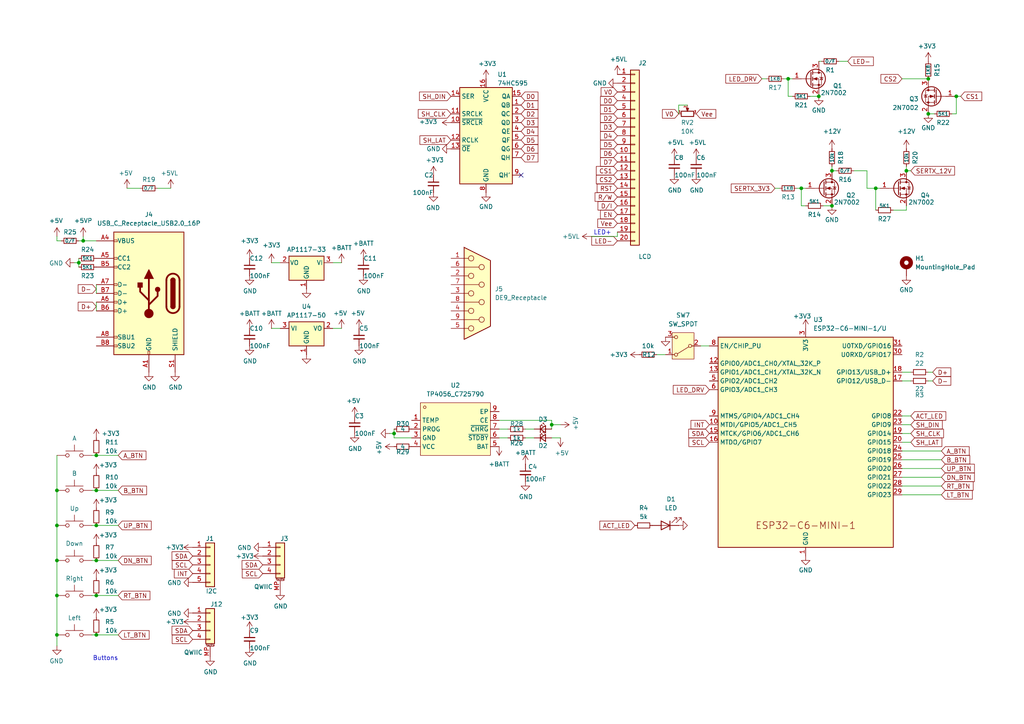
<source format=kicad_sch>
(kicad_sch (version 20231120) (generator "eeschema") (generator_version "8.0")
  (paper "A4")
  (junction (at 27.94 162.56))
  (junction (at 241.3 59.69))
  (junction (at 114.3 125.73))
  (junction (at 241.3 49.53))
  (junction (at 269.24 22.86))
  (junction (at 27.94 172.72))
  (junction (at 16.51 142.24))
  (junction (at 16.51 152.4))
  (junction (at 160.02 123.19))
  (junction (at 254 54.61))
  (junction (at 22.86 76.2))
  (junction (at 228.6 22.86))
  (junction (at 27.94 132.08))
  (junction (at 27.94 142.24))
  (junction (at 16.51 184.15))
  (junction (at 27.94 152.4))
  (junction (at 27.94 184.15))
  (junction (at 277.368 27.94))
  (junction (at 269.24 33.02))
  (junction (at 24.13 69.85))
  (junction (at 237.49 27.94))
  (junction (at 262.89 49.53))
  (junction (at 16.51 162.56))
  (junction (at 232.41 54.61))
  (junction (at 16.51 172.72))
  (no_connect (at 151.13 50.8))
  (wire (pts (xy 21.59 76.2) (xy 22.86 76.2)))
  (wire (pts (xy 273.05 130.81) (xy 261.62 130.81)))
  (wire (pts (xy 162.56 127) (xy 160.02 127)))
  (wire (pts (xy 113.03 125.73) (xy 114.3 125.73)))
  (wire (pts (xy 160.02 121.92) (xy 144.78 121.92)))
  (wire (pts (xy 27.94 152.4) (xy 34.29 152.4)))
  (wire (pts (xy 254 54.61) (xy 254 60.96)))
  (wire (pts (xy 243.332 17.78) (xy 245.872 17.78)))
  (wire (pts (xy 34.29 162.56) (xy 27.94 162.56)))
  (wire (pts (xy 24.13 69.85) (xy 27.94 69.85)))
  (wire (pts (xy 45.72 54.61) (xy 49.53 54.61)))
  (wire (pts (xy 16.51 162.56) (xy 16.51 172.72)))
  (wire (pts (xy 96.52 76.2) (xy 99.06 76.2)))
  (wire (pts (xy 228.6 22.86) (xy 229.87 22.86)))
  (wire (pts (xy 270.51 107.95) (xy 269.24 107.95)))
  (wire (pts (xy 114.3 124.46) (xy 114.3 125.73)))
  (wire (pts (xy 16.51 142.24) (xy 16.51 152.4)))
  (wire (pts (xy 144.78 127) (xy 147.32 127)))
  (wire (pts (xy 16.51 152.4) (xy 16.51 162.56)))
  (wire (pts (xy 190.5 102.87) (xy 193.04 102.87)))
  (wire (pts (xy 34.29 184.15) (xy 27.94 184.15)))
  (wire (pts (xy 273.05 143.51) (xy 261.62 143.51)))
  (wire (pts (xy 264.16 107.95) (xy 261.62 107.95)))
  (wire (pts (xy 34.29 132.08) (xy 27.94 132.08)))
  (wire (pts (xy 232.41 54.61) (xy 233.68 54.61)))
  (wire (pts (xy 273.05 133.35) (xy 261.62 133.35)))
  (wire (pts (xy 264.16 123.19) (xy 261.62 123.19)))
  (wire (pts (xy 22.86 69.85) (xy 24.13 69.85)))
  (wire (pts (xy 273.05 135.89) (xy 261.62 135.89)))
  (wire (pts (xy 27.94 162.56) (xy 26.67 162.56)))
  (wire (pts (xy 27.94 87.63) (xy 27.94 90.17)))
  (wire (pts (xy 27.94 172.72) (xy 34.29 172.72)))
  (wire (pts (xy 26.67 172.72) (xy 27.94 172.72)))
  (wire (pts (xy 34.29 142.24) (xy 27.94 142.24)))
  (wire (pts (xy 261.62 120.65) (xy 264.16 120.65)))
  (wire (pts (xy 27.94 82.55) (xy 27.94 85.09)))
  (wire (pts (xy 24.13 68.58) (xy 24.13 69.85)))
  (wire (pts (xy 114.3 127) (xy 119.38 127)))
  (wire (pts (xy 262.89 49.53) (xy 264.16 49.53)))
  (wire (pts (xy 160.02 123.19) (xy 162.56 123.19)))
  (wire (pts (xy 247.65 49.53) (xy 251.46 49.53)))
  (wire (pts (xy 220.98 22.86) (xy 222.25 22.86)))
  (wire (pts (xy 16.51 184.15) (xy 16.51 187.325)))
  (wire (pts (xy 16.51 172.72) (xy 16.51 184.15)))
  (wire (pts (xy 277.368 27.94) (xy 276.86 27.94)))
  (wire (pts (xy 22.86 76.2) (xy 22.86 77.47)))
  (wire (pts (xy 17.78 69.85) (xy 16.51 69.85)))
  (wire (pts (xy 160.02 124.46) (xy 160.02 123.19)))
  (wire (pts (xy 152.4 127) (xy 154.94 127)))
  (wire (pts (xy 234.95 27.94) (xy 237.49 27.94)))
  (wire (pts (xy 270.51 110.49) (xy 269.24 110.49)))
  (wire (pts (xy 22.86 74.93) (xy 22.86 76.2)))
  (wire (pts (xy 251.46 49.53) (xy 251.46 54.61)))
  (wire (pts (xy 26.67 152.4) (xy 27.94 152.4)))
  (wire (pts (xy 171.45 68.58) (xy 179.07 68.58)))
  (wire (pts (xy 269.24 33.02) (xy 271.018 33.02)))
  (wire (pts (xy 99.06 95.25) (xy 96.52 95.25)))
  (wire (pts (xy 27.94 132.08) (xy 26.67 132.08)))
  (wire (pts (xy 227.33 22.86) (xy 228.6 22.86)))
  (wire (pts (xy 233.68 59.69) (xy 232.41 59.69)))
  (wire (pts (xy 269.24 22.86) (xy 261.62 22.86)))
  (wire (pts (xy 241.3 49.53) (xy 242.57 49.53)))
  (wire (pts (xy 238.76 59.69) (xy 241.3 59.69)))
  (wire (pts (xy 78.74 95.25) (xy 81.28 95.25)))
  (wire (pts (xy 262.89 48.26) (xy 262.89 49.53)))
  (wire (pts (xy 277.368 27.94) (xy 277.368 33.02)))
  (wire (pts (xy 241.3 48.26) (xy 241.3 49.53)))
  (wire (pts (xy 273.05 138.43) (xy 261.62 138.43)))
  (wire (pts (xy 114.3 125.73) (xy 114.3 127)))
  (wire (pts (xy 27.94 184.15) (xy 26.67 184.15)))
  (wire (pts (xy 16.51 69.85) (xy 16.51 68.58)))
  (wire (pts (xy 229.87 27.94) (xy 228.6 27.94)))
  (wire (pts (xy 78.74 76.2) (xy 81.28 76.2)))
  (wire (pts (xy 144.78 124.46) (xy 147.32 124.46)))
  (wire (pts (xy 152.4 124.46) (xy 154.94 124.46)))
  (wire (pts (xy 254 54.61) (xy 255.27 54.61)))
  (wire (pts (xy 264.16 110.49) (xy 261.62 110.49)))
  (wire (pts (xy 160.02 123.19) (xy 160.02 121.92)))
  (wire (pts (xy 262.89 60.96) (xy 259.08 60.96)))
  (wire (pts (xy 228.6 27.94) (xy 228.6 22.86)))
  (wire (pts (xy 277.368 33.02) (xy 276.098 33.02)))
  (wire (pts (xy 278.638 27.94) (xy 277.368 27.94)))
  (wire (pts (xy 264.16 128.27) (xy 261.62 128.27)))
  (wire (pts (xy 262.89 60.96) (xy 262.89 59.69)))
  (wire (pts (xy 199.39 30.48) (xy 196.85 30.48)))
  (wire (pts (xy 36.83 54.61) (xy 40.64 54.61)))
  (wire (pts (xy 232.41 59.69) (xy 232.41 54.61)))
  (wire (pts (xy 196.85 30.48) (xy 196.85 33.02)))
  (wire (pts (xy 237.49 17.78) (xy 238.252 17.78)))
  (wire (pts (xy 251.46 54.61) (xy 254 54.61)))
  (wire (pts (xy 231.14 54.61) (xy 232.41 54.61)))
  (wire (pts (xy 203.2 100.33) (xy 205.74 100.33)))
  (wire (pts (xy 27.94 142.24) (xy 26.67 142.24)))
  (wire (pts (xy 179.07 68.58) (xy 179.07 67.31)))
  (wire (pts (xy 16.51 132.08) (xy 16.51 142.24)))
  (wire (pts (xy 224.79 54.61) (xy 226.06 54.61)))
  (wire (pts (xy 273.05 140.97) (xy 261.62 140.97)))
  (wire (pts (xy 264.16 125.73) (xy 261.62 125.73)))
  (text "Buttons" (at 34.29 191.77 0) (effects (font (size 1.27 1.27)) (justify right bottom)))
  (text "LED+" (at 174.752 67.564 0) (effects (font (size 1.27 1.27))))
  (global_label "SDA" (shape input) (at 205.74 125.73 180) (property "Intersheetrefs" "${INTERSHEET_REFS}" (effects (hide yes))))
  (global_label "D6" (shape input) (at 179.07 44.45 180) (property "Intersheetrefs" "${INTERSHEET_REFS}" (effects (hide yes))))
  (global_label "ACT_LED" (shape input) (at 264.16 120.65 0) (property "Intersheetrefs" "${INTERSHEET_REFS}" (effects (hide yes))))
  (global_label "D5" (shape input) (at 179.07 41.91 180) (property "Intersheetrefs" "${INTERSHEET_REFS}" (effects (hide yes))))
  (global_label "D4" (shape input) (at 151.13 38.1 0) (property "Intersheetrefs" "${INTERSHEET_REFS}" (effects (hide yes))))
  (global_label "SH_CLK" (shape input) (at 264.16 125.73 0) (property "Intersheetrefs" "${INTERSHEET_REFS}" (effects (hide yes))))
  (global_label "SERTX_3V3" (shape input) (at 224.79 54.61 180) (property "Intersheetrefs" "${INTERSHEET_REFS}" (effects (hide yes))))
  (global_label "LED-" (shape input) (at 245.872 17.78 0) (property "Intersheetrefs" "${INTERSHEET_REFS}" (effects (hide yes))))
  (global_label "SH_LAT" (shape input) (at 130.81 40.64 180) (property "Intersheetrefs" "${INTERSHEET_REFS}" (effects (hide yes))))
  (global_label "SH_DIN" (shape input) (at 130.81 27.94 180) (property "Intersheetrefs" "${INTERSHEET_REFS}" (effects (hide yes))))
  (global_label "A_BTN" (shape input) (at 34.29 132.08 0) (property "Intersheetrefs" "${INTERSHEET_REFS}" (effects (hide yes))))
  (global_label "D-" (shape input) (at 27.94 83.82 180) (property "Intersheetrefs" "${INTERSHEET_REFS}" (effects (hide yes))))
  (global_label "CS1" (shape input) (at 278.638 27.94 0) (property "Intersheetrefs" "${INTERSHEET_REFS}" (effects (hide yes))))
  (global_label "LED_DRV" (shape input) (at 220.98 22.86 180) (property "Intersheetrefs" "${INTERSHEET_REFS}" (effects (hide yes))))
  (global_label "R{slash}W" (shape input) (at 179.07 57.15 180) (property "Intersheetrefs" "${INTERSHEET_REFS}" (effects (hide yes))))
  (global_label "SH_DIN" (shape input) (at 264.16 123.19 0) (property "Intersheetrefs" "${INTERSHEET_REFS}" (effects (hide yes))))
  (global_label "CS2" (shape input) (at 179.07 52.07 180) (property "Intersheetrefs" "${INTERSHEET_REFS}" (effects (hide yes))))
  (global_label "Vee" (shape input) (at 201.93 33.02 0) (property "Intersheetrefs" "${INTERSHEET_REFS}" (effects (hide yes))))
  (global_label "D0" (shape input) (at 151.13 27.94 0) (property "Intersheetrefs" "${INTERSHEET_REFS}" (effects (hide yes))))
  (global_label "D+" (shape input) (at 27.94 88.9 180) (property "Intersheetrefs" "${INTERSHEET_REFS}" (effects (hide yes))))
  (global_label "Vee" (shape input) (at 179.07 64.77 180) (property "Intersheetrefs" "${INTERSHEET_REFS}" (effects (hide yes))))
  (global_label "A_BTN" (shape input) (at 273.05 130.81 0) (property "Intersheetrefs" "${INTERSHEET_REFS}" (effects (hide yes))))
  (global_label "D-" (shape input) (at 270.51 110.49 0) (property "Intersheetrefs" "${INTERSHEET_REFS}" (effects (hide yes))))
  (global_label "D7" (shape input) (at 179.07 46.99 180) (property "Intersheetrefs" "${INTERSHEET_REFS}" (effects (hide yes))))
  (global_label "EN" (shape input) (at 179.07 62.23 180) (property "Intersheetrefs" "${INTERSHEET_REFS}" (effects (hide yes))))
  (global_label "RT_BTN" (shape input) (at 34.29 172.72 0) (property "Intersheetrefs" "${INTERSHEET_REFS}" (effects (hide yes))))
  (global_label "D4" (shape input) (at 179.07 39.37 180) (property "Intersheetrefs" "${INTERSHEET_REFS}" (effects (hide yes))))
  (global_label "SH_CLK" (shape input) (at 130.81 33.02 180) (property "Intersheetrefs" "${INTERSHEET_REFS}" (effects (hide yes))))
  (global_label "D{slash}I" (shape input) (at 179.07 59.69 180) (property "Intersheetrefs" "${INTERSHEET_REFS}" (effects (hide yes))))
  (global_label "SERTX_12V" (shape input) (at 264.16 49.53 0) (property "Intersheetrefs" "${INTERSHEET_REFS}" (effects (hide yes))))
  (global_label "INT" (shape input) (at 205.74 123.19 180) (property "Intersheetrefs" "${INTERSHEET_REFS}" (effects (hide yes))))
  (global_label "LT_BTN" (shape input) (at 34.29 184.15 0) (property "Intersheetrefs" "${INTERSHEET_REFS}" (effects (hide yes))))
  (global_label "DN_BTN" (shape input) (at 273.05 138.43 0) (property "Intersheetrefs" "${INTERSHEET_REFS}" (effects (hide yes))))
  (global_label "ACT_LED" (shape input) (at 184.15 152.4 180) (property "Intersheetrefs" "${INTERSHEET_REFS}" (effects (hide yes))))
  (global_label "D3" (shape input) (at 179.07 36.83 180) (property "Intersheetrefs" "${INTERSHEET_REFS}" (effects (hide yes))))
  (global_label "LED-" (shape input) (at 179.07 69.85 180) (property "Intersheetrefs" "${INTERSHEET_REFS}" (effects (hide yes))))
  (global_label "D0" (shape input) (at 179.07 29.21 180) (property "Intersheetrefs" "${INTERSHEET_REFS}" (effects (hide yes))))
  (global_label "SDA" (shape input) (at 55.88 161.29 180) (property "Intersheetrefs" "${INTERSHEET_REFS}" (effects (hide yes))))
  (global_label "CS1" (shape input) (at 179.07 49.53 180) (property "Intersheetrefs" "${INTERSHEET_REFS}" (effects (hide yes))))
  (global_label "UP_BTN" (shape input) (at 273.05 135.89 0) (property "Intersheetrefs" "${INTERSHEET_REFS}" (effects (hide yes))))
  (global_label "SH_LAT" (shape input) (at 264.16 128.27 0) (property "Intersheetrefs" "${INTERSHEET_REFS}" (effects (hide yes))))
  (global_label "SCL" (shape input) (at 205.74 128.27 180) (property "Intersheetrefs" "${INTERSHEET_REFS}" (effects (hide yes))))
  (global_label "SDA" (shape input) (at 55.88 182.88 180) (property "Intersheetrefs" "${INTERSHEET_REFS}" (effects (hide yes))))
  (global_label "SCL" (shape input) (at 76.2 166.37 180) (property "Intersheetrefs" "${INTERSHEET_REFS}" (effects (hide yes))))
  (global_label "SDA" (shape input) (at 76.2 163.83 180) (property "Intersheetrefs" "${INTERSHEET_REFS}" (effects (hide yes))))
  (global_label "D7" (shape input) (at 151.13 45.72 0) (property "Intersheetrefs" "${INTERSHEET_REFS}" (effects (hide yes))))
  (global_label "D6" (shape input) (at 151.13 43.18 0) (property "Intersheetrefs" "${INTERSHEET_REFS}" (effects (hide yes))))
  (global_label "D2" (shape input) (at 179.07 34.29 180) (property "Intersheetrefs" "${INTERSHEET_REFS}" (effects (hide yes))))
  (global_label "SCL" (shape input) (at 55.88 185.42 180) (property "Intersheetrefs" "${INTERSHEET_REFS}" (effects (hide yes))))
  (global_label "UP_BTN" (shape input) (at 34.29 152.4 0) (property "Intersheetrefs" "${INTERSHEET_REFS}" (effects (hide yes))))
  (global_label "RT_BTN" (shape input) (at 273.05 140.97 0) (property "Intersheetrefs" "${INTERSHEET_REFS}" (effects (hide yes))))
  (global_label "LT_BTN" (shape input) (at 273.05 143.51 0) (property "Intersheetrefs" "${INTERSHEET_REFS}" (effects (hide yes))))
  (global_label "RST" (shape input) (at 179.07 54.61 180) (property "Intersheetrefs" "${INTERSHEET_REFS}" (effects (hide yes))))
  (global_label "SCL" (shape input) (at 55.88 163.83 180) (property "Intersheetrefs" "${INTERSHEET_REFS}" (effects (hide yes))))
  (global_label "B_BTN" (shape input) (at 34.29 142.24 0) (property "Intersheetrefs" "${INTERSHEET_REFS}" (effects (hide yes))))
  (global_label "INT" (shape input) (at 55.88 166.37 180) (property "Intersheetrefs" "${INTERSHEET_REFS}" (effects (hide yes))))
  (global_label "D5" (shape input) (at 151.13 40.64 0) (property "Intersheetrefs" "${INTERSHEET_REFS}" (effects (hide yes))))
  (global_label "DN_BTN" (shape input) (at 34.29 162.56 0) (property "Intersheetrefs" "${INTERSHEET_REFS}" (effects (hide yes))))
  (global_label "D1" (shape input) (at 179.07 31.75 180) (property "Intersheetrefs" "${INTERSHEET_REFS}" (effects (hide yes))))
  (global_label "B_BTN" (shape input) (at 273.05 133.35 0) (property "Intersheetrefs" "${INTERSHEET_REFS}" (effects (hide yes))))
  (global_label "D+" (shape input) (at 270.51 107.95 0) (property "Intersheetrefs" "${INTERSHEET_REFS}" (effects (hide yes))))
  (global_label "LED_DRV" (shape input) (at 205.74 113.03 180) (property "Intersheetrefs" "${INTERSHEET_REFS}" (effects (hide yes))))
  (global_label "CS2" (shape input) (at 261.62 22.86 180) (property "Intersheetrefs" "${INTERSHEET_REFS}" (effects (hide yes))))
  (global_label "D2" (shape input) (at 151.13 33.02 0) (property "Intersheetrefs" "${INTERSHEET_REFS}" (effects (hide yes))))
  (global_label "V0" (shape input) (at 179.07 26.67 180) (property "Intersheetrefs" "${INTERSHEET_REFS}" (effects (hide yes))))
  (global_label "D1" (shape input) (at 151.13 30.48 0) (property "Intersheetrefs" "${INTERSHEET_REFS}" (effects (hide yes))))
  (global_label "D3" (shape input) (at 151.13 35.56 0) (property "Intersheetrefs" "${INTERSHEET_REFS}" (effects (hide yes))))
  (global_label "V0" (shape input) (at 196.85 33.02 180) (property "Intersheetrefs" "${INTERSHEET_REFS}" (effects (hide yes))))
  (symbol (lib_id "Connector_Generic:Conn_01x05") (at 60.96 163.83 0) (unit 1)
    (property "Reference" "J1" (at 59.69 156.21 0) (effects (justify left)))
    (property "Value" "I2C" (at 59.69 171.45 0) (effects (justify left)))
    (property "Footprint" "Connector_PinHeader_2.54mm:PinHeader_1x05_P2.54mm_Vertical" (effects (hide yes)))
  )
  (symbol (lib_id "power:GND") (at 55.88 168.91 270) (unit 1)
    (property "Reference" "#PWR0121" (effects (hide yes)))
    (property "Value" "GND" (at 52.6288 169.037 90) (effects (justify right)))
  )
  (symbol (lib_id "power:+3V3") (at 55.88 158.75 90) (unit 1)
    (property "Reference" "#PWR0102" (effects (hide yes)))
    (property "Value" "+3V3" (at 53.34 158.75 90) (effects (justify left)))
  )
  (symbol (lib_id "Connector_Generic_MountingPin:Conn_01x04_MountingPin") (at 60.96 180.34 0) (unit 1)
    (property "Reference" "J12" (at 60.96 175.26 0) (effects (justify left)))
    (property "Value" "QWIIC" (at 53.34 189.23 0) (effects (justify left)))
    (property "Footprint" "Connector_JST:JST_SH_SM04B-SRSS-TB_1x04-1MP_P1.00mm_Horizontal" (effects (hide yes)))
  )
  (symbol (lib_id "power:+3V3") (at 55.88 180.34 90) (unit 1)
    (property "Reference" "#PWR0119" (effects (hide yes)))
    (property "Value" "+3V3" (at 53.34 180.34 90) (effects (justify left)))
  )
  (symbol (lib_id "power:GND") (at 55.88 177.8 270) (unit 1)
    (property "Reference" "#PWR0137" (effects (hide yes)))
    (property "Value" "GND" (at 52.6288 177.927 90) (effects (justify right)))
  )
  (symbol (lib_id "power:GND") (at 60.96 190.5 0) (unit 1)
    (property "Reference" "#PWR0138" (effects (hide yes)))
    (property "Value" "GND" (at 61.087 194.8942 0))
  )
  (symbol (lib_id "Device:C_Small") (at 72.39 185.42 0) (unit 1)
    (property "Reference" "C9" (at 72.39 182.88 0) (effects (justify left)))
    (property "Value" "100nF" (at 72.39 187.96 0) (effects (justify left)))
    (property "Footprint" "Capacitor_SMD:C_0603_1608Metric" (effects (hide yes)))
  )
  (symbol (lib_id "power:GND") (at 72.39 187.96 0) (unit 1)
    (property "Reference" "#PWR0149" (effects (hide yes)))
    (property "Value" "GND" (at 72.517 192.3542 0))
  )
  (symbol (lib_id "power:+3V3") (at 72.39 182.88 0) (unit 1)
    (property "Reference" "#PWR0150" (effects (hide yes)))
    (property "Value" "+3V3" (at 72.39 179.07 0))
  )
  (symbol (lib_id "Device:C_Small") (at 195.58 48.26 0) (unit 1)
    (property "Reference" "C8" (at 195.58 45.72 0) (effects (justify left)))
    (property "Value" "100nF" (at 195.58 50.8 0) (effects (justify left)))
    (property "Footprint" "Capacitor_SMD:C_0603_1608Metric" (effects (hide yes)))
  )
  (symbol (lib_id "power:GND") (at 195.58 50.8 0) (unit 1)
    (property "Reference" "#PWR0157" (effects (hide yes)))
    (property "Value" "GND" (at 195.707 55.1942 0))
  )
  (symbol (lib_id "Device:C_Small") (at 201.93 48.26 0) (unit 1)
    (property "Reference" "C6" (at 201.93 45.72 0) (effects (justify left)))
    (property "Value" "100nF" (at 201.93 50.8 0) (effects (justify left)))
    (property "Footprint" "Capacitor_SMD:C_0603_1608Metric" (effects (hide yes)))
  )
  (symbol (lib_id "power:GND") (at 201.93 50.8 0) (unit 1)
    (property "Reference" "#PWR0167" (effects (hide yes)))
    (property "Value" "GND" (at 202.057 55.1942 0))
  )
  (symbol (lib_id "Regulator_Linear:AP1117-33") (at 88.9 76.2 0) (mirror y) (unit 1)
    (property "Reference" "U5" (effects (hide yes)))
    (property "Value" "AP1117-33" (at 88.9 72.3646 0))
    (property "Footprint" "Package_TO_SOT_SMD:SOT-223-3_TabPin2" (effects (hide yes)))
    (property "Datasheet" "http://www.diodes.com/datasheets/AP1117.pdf" (effects (hide yes)))
  )
  (symbol (lib_id "power:GND") (at 88.9 83.82 0) (mirror y) (unit 1)
    (property "Reference" "#PWR0176" (effects (hide yes)))
    (property "Value" "GND" (effects (hide yes)))
  )
  (symbol (lib_id "Device:R_Small") (at 43.18 54.61 90) (mirror x) (unit 1)
    (property "Reference" "R19" (at 43.18 52.07 90))
    (property "Value" "0/F" (at 43.18 54.61 90) (effects (font (size 0.9906 0.9906))))
    (property "Footprint" "Resistor_SMD:R_0805_2012Metric" (effects (hide yes)))
  )
  (symbol (lib_id "power:+5VL") (at 49.53 54.61 0) (mirror y) (unit 1)
    (property "Reference" "#PWR0177" (effects (hide yes)))
    (property "Value" "+5VL" (at 49.149 50.2158 0))
  )
  (symbol (lib_id "power:+5VP") (at 24.13 68.58 0) (unit 1)
    (property "Reference" "#PWR045" (effects (hide yes)))
    (property "Value" "+5VP" (at 24.13 64.008 0))
    (property "Description" "Power symbol creates a global label with name \"+5VP\"" (effects (hide yes)))
  )
  (symbol (lib_id "power:+5V") (at 162.56 127 0) (mirror x) (unit 1)
    (property "Reference" "#PWR057" (effects (hide yes)))
    (property "Value" "+5V" (at 162.941 131.3942 0))
  )
  (symbol (lib_id "power:GND") (at 72.39 80.01 0) (unit 1)
    (property "Reference" "#PWR072" (effects (hide yes)))
    (property "Value" "GND" (at 72.517 84.4042 0))
  )
  (symbol (lib_id "Connector:DE9_Receptacle") (at 138.43 85.09 0) (unit 1)
    (property "Reference" "J5" (at 143.51 83.8199 0) (effects (justify left)))
    (property "Value" "DE9_Receptacle" (at 143.51 86.3599 0) (effects (justify left)))
    (property "Description" "9-pin female receptacle socket D-SUB connector" (effects (hide yes)))
  )
  (symbol (lib_id "power:GND") (at 125.73 55.88 0) (mirror y) (unit 1)
    (property "Reference" "#PWR07" (effects (hide yes)))
    (property "Value" "GND" (at 125.603 60.2742 0))
  )
  (symbol (lib_id "Device:R_Small") (at 186.69 152.4 90) (unit 1)
    (property "Reference" "R4" (at 186.69 147.32 90))
    (property "Value" "5k" (at 186.69 149.86 90))
    (property "Footprint" "Resistor_SMD:R_0603_1608Metric" (effects (hide yes)))
    (property "Description" "Resistor, small symbol" (effects (hide yes)))
  )
  (symbol (lib_id "power:GND") (at 104.14 100.33 0) (unit 1)
    (property "Reference" "#PWR065" (effects (hide yes)))
    (property "Value" "GND" (at 104.267 104.7242 0))
  )
  (symbol (lib_id "Device:R_Small") (at 266.7 110.49 90) (unit 1)
    (property "Reference" "R3" (at 266.7 114.554 90))
    (property "Value" "22" (at 266.7 112.776 90))
    (property "Footprint" "Resistor_SMD:R_0603_1608Metric" (effects (hide yes)))
    (property "Description" "Resistor, small symbol" (effects (hide yes)))
  )
  (symbol (lib_id "power:GND") (at 269.24 33.02 0) (mirror y) (unit 1)
    (property "Reference" "#PWR039" (effects (hide yes)))
    (property "Value" "GND" (at 269.24 37.084 0))
    (property "Description" "Power symbol creates a global label with name \"GND\" , ground" (effects (hide yes)))
  )
  (symbol (lib_id "power:+BATT") (at 144.78 129.54 180) (unit 1)
    (property "Reference" "#PWR058" (effects (hide yes)))
    (property "Value" "+BATT" (at 144.78 134.62 0))
    (property "Description" "Power symbol creates a global label with name \"+BATT\"" (effects (hide yes)))
  )
  (symbol (lib_id "Device:R_Small") (at 27.94 170.18 0) (unit 1)
    (property "Reference" "R6" (at 30.48 168.9099 0) (effects (justify left)))
    (property "Value" "10k" (at 30.48 171.4499 0) (effects (justify left)))
    (property "Footprint" "Resistor_SMD:R_0603_1608Metric" (effects (hide yes)))
    (property "Description" "Resistor, small symbol" (effects (hide yes)))
  )
  (symbol (lib_id "Switch:SW_Push") (at 21.59 152.4 0) (mirror y) (unit 1)
    (property "Reference" "SW3" (effects (hide yes)))
    (property "Value" "Up" (at 21.59 147.4724 0))
    (property "Footprint" "Button_Switch_SMD:SW_SPST_PTS645" (effects (hide yes)))
    (property "mpn" "REQUIRED https://www.lcsc.com/product-detail/Tactile-Switches_C-K-PTS641SM31SMTR2LFS_C285447.html" (effects (hide yes)))
    (property "LCSC Part #" "C285456" (effects (hide yes)))
  )
  (symbol (lib_id "Device:C_Small") (at 72.39 77.47 0) (unit 1)
    (property "Reference" "C12" (at 72.39 74.93 0) (effects (justify left)))
    (property "Value" "100nF" (at 72.39 80.01 0) (effects (justify left)))
    (property "Footprint" "Capacitor_SMD:C_0603_1608Metric" (effects (hide yes)))
  )
  (symbol (lib_id "power:GND") (at 262.89 80.01 0) (unit 1)
    (property "Reference" "#PWR035" (effects (hide yes)))
    (property "Value" "GND" (at 262.89 84.074 0))
    (property "Description" "Power symbol creates a global label with name \"GND\" , ground" (effects (hide yes)))
  )
  (symbol (lib_id "power:+3V3") (at 130.81 35.56 90) (unit 1)
    (property "Reference" "#PWR08" (effects (hide yes)))
    (property "Value" "+3V3" (at 124.206 35.306 90))
  )
  (symbol (lib_id "Device:R_Small") (at 25.4 74.93 90) (mirror x) (unit 1)
    (property "Reference" "R24" (at 25.4 72.39 90))
    (property "Value" "5K1" (at 25.4 74.93 90) (effects (font (size 0.9906 0.9906))))
    (property "Footprint" "Resistor_SMD:R_0603_1608Metric" (effects (hide yes)))
  )
  (symbol (lib_id "Device:R_Potentiometer_Small") (at 199.39 33.02 90) (unit 1)
    (property "Reference" "RV2" (at 199.39 35.56 90))
    (property "Value" "10K" (at 199.39 38.1 90))
    (property "Footprint" "Potentiometer_SMD:Potentiometer_Bourns_3314J_Vertical" (effects (hide yes)))
    (property "Description" "Potentiometer" (effects (hide yes)))
  )
  (symbol (lib_id "power:+5V") (at 162.56 123.19 270) (mirror x) (unit 1)
    (property "Reference" "#PWR056" (effects (hide yes)))
    (property "Value" "+5V" (at 166.9542 122.809 0))
  )
  (symbol (lib_id "power:GND") (at 81.28 171.45 0) (unit 1)
    (property "Reference" "#PWR016" (effects (hide yes)))
    (property "Value" "GND" (at 81.407 175.8442 0))
  )
  (symbol (lib_id "power:+BATT") (at 105.41 74.93 0) (unit 1)
    (property "Reference" "#PWR068" (effects (hide yes)))
    (property "Value" "+BATT" (at 105.41 70.612 0))
    (property "Description" "Power symbol creates a global label with name \"+BATT\"" (effects (hide yes)))
  )
  (symbol (lib_id "power:+3V3") (at 27.94 147.32 0) (unit 1)
    (property "Reference" "#PWR027" (effects (hide yes)))
    (property "Value" "+3V3" (at 28.702 145.034 0) (effects (justify left)))
  )
  (symbol (lib_id "Switch:SW_Push") (at 21.59 172.72 0) (mirror y) (unit 1)
    (property "Reference" "SW5" (effects (hide yes)))
    (property "Value" "Right" (at 21.59 167.7924 0))
    (property "Footprint" "Button_Switch_SMD:SW_SPST_PTS645" (effects (hide yes)))
    (property "mpn" "REQUIRED https://www.lcsc.com/product-detail/Tactile-Switches_C-K-PTS641SM31SMTR2LFS_C285447.html" (effects (hide yes)))
    (property "LCSC Part #" "C285456" (effects (hide yes)))
  )
  (symbol (lib_id "Device:R_Small") (at 25.4 77.47 270) (mirror x) (unit 1)
    (property "Reference" "R23" (at 25.4 80.01 90))
    (property "Value" "5K1" (at 25.4 77.47 90) (effects (font (size 0.9906 0.9906))))
    (property "Footprint" "Resistor_SMD:R_0603_1608Metric" (effects (hide yes)))
  )
  (symbol (lib_id "Device:R_Small") (at 27.94 181.61 0) (unit 1)
    (property "Reference" "R5" (at 30.48 180.3399 0) (effects (justify left)))
    (property "Value" "10k" (at 30.48 182.8799 0) (effects (justify left)))
    (property "Footprint" "Resistor_SMD:R_0603_1608Metric" (effects (hide yes)))
    (property "Description" "Resistor, small symbol" (effects (hide yes)))
  )
  (symbol (lib_id "Device:R_Small") (at 27.94 129.54 0) (unit 1)
    (property "Reference" "R11" (at 30.48 128.2699 0) (effects (justify left)))
    (property "Value" "10k" (at 30.48 130.8099 0) (effects (justify left)))
    (property "Footprint" "Resistor_SMD:R_0603_1608Metric" (effects (hide yes)))
    (property "Description" "Resistor, small symbol" (effects (hide yes)))
  )
  (symbol (lib_name "+3V3_2") (lib_id "power:+3V3") (at 78.74 76.2 0) (unit 1)
    (property "Reference" "#PWR070" (effects (hide yes)))
    (property "Value" "+3V3" (at 78.74 71.12 0))
    (property "Description" "Power symbol creates a global label with name \"+3V3\"" (effects (hide yes)))
  )
  (symbol (lib_id "power:GND") (at 130.81 43.18 270) (unit 1)
    (property "Reference" "#PWR010" (effects (hide yes)))
    (property "Value" "GND" (at 125.73 43.18 90))
    (property "Description" "Power symbol creates a global label with name \"GND\" , ground" (effects (hide yes)))
  )
  (symbol (lib_id "Device:R_Small") (at 232.41 27.94 270) (mirror x) (unit 1)
    (property "Reference" "R21" (at 232.41 30.48 90))
    (property "Value" "5K1" (at 232.41 27.94 90) (effects (font (size 0.9906 0.9906))))
    (property "Footprint" "Resistor_SMD:R_0603_1608Metric" (effects (hide yes)))
  )
  (symbol (lib_id "power:GND") (at 233.68 161.29 0) (unit 1)
    (property "Reference" "#PWR01" (effects (hide yes)))
    (property "Value" "GND" (at 233.68 165.354 0))
    (property "Description" "Power symbol creates a global label with name \"GND\" , ground" (effects (hide yes)))
  )
  (symbol (lib_id "power:GND") (at 50.8 107.95 0) (unit 1)
    (property "Reference" "#PWR043" (effects (hide yes)))
    (property "Value" "GND" (at 50.927 112.3442 0))
  )
  (symbol (lib_id "Connector:USB_C_Receptacle_USB2.0_16P") (at 43.18 85.09 0) (mirror y) (unit 1)
    (property "Reference" "J4" (at 43.18 62.23 0))
    (property "Value" "USB_C_Receptacle_USB2.0_16P" (at 43.18 64.77 0))
    (property "Footprint" "Connector_USB:USB_C_Receptacle_HRO_TYPE-C-31-M-12" (effects (hide yes)))
    (property "Datasheet" "https://www.usb.org/sites/default/files/documents/usb_type-c.zip" (effects (hide yes)))
    (property "Description" "USB 2.0-only 16P Type-C Receptacle connector" (effects (hide yes)))
  )
  (symbol (lib_id "74xx:74HC595") (at 140.97 38.1 0) (unit 1)
    (property "Reference" "U1" (at 144.272 21.59 0) (effects (justify left)))
    (property "Value" "74HC595" (at 144.272 24.13 0) (effects (justify left)))
    (property "Footprint" "Package_SO:SO-16_3.9x9.9mm_P1.27mm" (effects (hide yes)))
    (property "Datasheet" "http://www.ti.com/lit/ds/symlink/sn74hc595.pdf" (effects (hide yes)))
    (property "Description" "8-bit serial in/out Shift Register 3-State Outputs" (effects (hide yes)))
  )
  (symbol (lib_id "Switch:SW_Push") (at 21.59 184.15 0) (mirror y) (unit 1)
    (property "Reference" "SW6" (effects (hide yes)))
    (property "Value" "Left" (at 21.59 179.2224 0))
    (property "Footprint" "Button_Switch_SMD:SW_SPST_PTS645" (effects (hide yes)))
    (property "mpn" "REQUIRED  https://www.lcsc.com/product-detail/Tactile-Switches_C-K-PTS641SM31SMTR2LFS_C285447.html" (effects (hide yes)))
    (property "LCSC Part #" "C285456" (effects (hide yes)))
  )
  (symbol (lib_id "power:GND") (at 241.3 59.69 0) (unit 1)
    (property "Reference" "#PWR049" (effects (hide yes)))
    (property "Value" "GND" (at 241.3 63.754 0))
    (property "Description" "Power symbol creates a global label with name \"GND\" , ground" (effects (hide yes)))
  )
  (symbol (lib_id "Device:R_Small") (at 262.89 45.72 180) (unit 1)
    (property "Reference" "R20" (at 265.43 45.72 90))
    (property "Value" "10k" (at 262.89 45.72 90) (effects (font (size 0.9906 0.9906))))
    (property "Footprint" "Resistor_SMD:R_0603_1608Metric" (effects (hide yes)))
  )
  (symbol (lib_id "Device:R_Small") (at 27.94 149.86 0) (unit 1)
    (property "Reference" "R9" (at 30.48 148.5899 0) (effects (justify left)))
    (property "Value" "10k" (at 30.48 151.1299 0) (effects (justify left)))
    (property "Footprint" "Resistor_SMD:R_0603_1608Metric" (effects (hide yes)))
    (property "Description" "Resistor, small symbol" (effects (hide yes)))
  )
  (symbol (lib_name "GND_3") (lib_id "power:GND") (at 193.04 97.79 0) (unit 1)
    (property "Reference" "#PWR041" (effects (hide yes)))
    (property "Value" "GND" (effects (hide yes)))
    (property "Description" "Power symbol creates a global label with name \"GND\" , ground" (effects (hide yes)))
  )
  (symbol (lib_id "Switch:SW_Push") (at 21.59 162.56 0) (mirror y) (unit 1)
    (property "Reference" "SW4" (effects (hide yes)))
    (property "Value" "Down" (at 21.59 157.6324 0))
    (property "Footprint" "Button_Switch_SMD:SW_SPST_PTS645" (effects (hide yes)))
    (property "mpn" "REQUIRED  https://www.lcsc.com/product-detail/Tactile-Switches_C-K-PTS641SM31SMTR2LFS_C285447.html" (effects (hide yes)))
    (property "LCSC Part #" "C285456" (effects (hide yes)))
  )
  (symbol (lib_id "Device:R_Small") (at 269.24 20.32 180) (unit 1)
    (property "Reference" "R15" (at 271.78 20.32 90))
    (property "Value" "1K8" (at 269.24 20.32 90) (effects (font (size 0.9906 0.9906))))
    (property "Footprint" "Resistor_SMD:R_0603_1608Metric" (effects (hide yes)))
  )
  (symbol (lib_id "power:+BATT") (at 99.06 76.2 0) (unit 1)
    (property "Reference" "#PWR061" (effects (hide yes)))
    (property "Value" "+BATT" (at 99.06 71.882 0))
    (property "Description" "Power symbol creates a global label with name \"+BATT\"" (effects (hide yes)))
  )
  (symbol (lib_id "power:GND") (at 16.51 187.325 0) (mirror y) (unit 1)
    (property "Reference" "#PWR06" (effects (hide yes)))
    (property "Value" "GND" (at 16.383 191.7192 0))
  )
  (symbol (lib_id "Regulator_Linear:AP1117-50") (at 88.9 95.25 0) (unit 1)
    (property "Reference" "U4" (at 88.9 88.9 0))
    (property "Value" "AP1117-50" (at 88.9 91.44 0))
    (property "Footprint" "Package_TO_SOT_SMD:SOT-223-3_TabPin2" (effects (hide yes)))
    (property "Datasheet" "http://www.diodes.com/datasheets/AP1117.pdf" (effects (hide yes)))
    (property "Description" "1A Low Dropout regulator, positive, 5.0V fixed output, SOT-223" (effects (hide yes)))
  )
  (symbol (lib_id "power:GND") (at 72.39 100.33 0) (unit 1)
    (property "Reference" "#PWR067" (effects (hide yes)))
    (property "Value" "GND" (at 72.517 104.7242 0))
  )
  (symbol (lib_id "power:GND") (at 21.59 76.2 270) (unit 1)
    (property "Reference" "#PWR044" (effects (hide yes)))
    (property "Value" "GND" (at 18.3388 76.327 90) (effects (justify right)))
  )
  (symbol (lib_id "power:GND") (at 105.41 80.01 0) (unit 1)
    (property "Reference" "#PWR069" (effects (hide yes)))
    (property "Value" "GND" (at 105.537 84.4042 0))
  )
  (symbol (lib_id "power:+5VL") (at 179.07 21.59 0) (unit 1)
    (property "Reference" "#PWR02" (effects (hide yes)))
    (property "Value" "+5VL" (at 179.451 17.1958 0))
  )
  (symbol (lib_id "power:+3V3") (at 140.97 22.86 0) (unit 1)
    (property "Reference" "#PWR013" (effects (hide yes)))
    (property "Value" "+3V3" (at 141.351 18.4658 0))
  )
  (symbol (lib_id "power:+12V") (at 262.89 43.18 0) (unit 1)
    (property "Reference" "#PWR051" (effects (hide yes)))
    (property "Value" "+12V" (at 262.89 38.1 0))
    (property "Description" "Power symbol creates a global label with name \"+12V\"" (effects (hide yes)))
  )
  (symbol (lib_id "Switch:SW_Push") (at 21.59 142.24 0) (mirror y) (unit 1)
    (property "Reference" "SW2" (effects (hide yes)))
    (property "Value" "B" (at 21.59 137.3124 0))
    (property "Footprint" "Button_Switch_SMD:SW_SPST_PTS645" (effects (hide yes)))
    (property "mpn" "REQUIRED  https://www.lcsc.com/product-detail/Tactile-Switches_C-K-PTS641SM31SMTR2LFS_C285447.html" (effects (hide yes)))
    (property "LCSC Part #" "C285456" (effects (hide yes)))
  )
  (symbol (lib_id "Connector_Generic:Conn_01x20") (at 184.15 44.45 0) (unit 1)
    (property "Reference" "J2" (at 185.166 18.288 0) (effects (justify left)))
    (property "Value" "LCD" (at 185.166 74.422 0) (effects (justify left)))
    (property "Footprint" "Connector_PinHeader_2.54mm:PinHeader_1x20_P2.54mm_Vertical" (effects (hide yes)))
    (property "Description" "Generic connector, single row, 01x20, script generated (kicad-library-utils/schlib/autogen/connector/)" (effects (hide yes)))
  )
  (symbol (lib_id "Device:R_Small") (at 116.84 129.54 90) (unit 1)
    (property "Reference" "R29" (at 116.84 131.064 90))
    (property "Value" "4" (at 116.84 129.54 90))
    (property "Footprint" "Resistor_SMD:R_0603_1608Metric" (effects (hide yes)))
    (property "Description" "Resistor, small symbol" (effects (hide yes)))
  )
  (symbol (lib_name "+3V3_2") (lib_id "power:+3V3") (at 72.39 74.93 0) (unit 1)
    (property "Reference" "#PWR071" (effects (hide yes)))
    (property "Value" "+3V3" (at 72.39 69.85 0))
    (property "Description" "Power symbol creates a global label with name \"+3V3\"" (effects (hide yes)))
  )
  (symbol (lib_id "Device:R_Small") (at 149.86 127 90) (unit 1)
    (property "Reference" "R26" (at 149.86 128.524 90))
    (property "Value" "1k" (at 149.86 127 90))
    (property "Footprint" "Resistor_SMD:R_0603_1608Metric" (effects (hide yes)))
    (property "Description" "Resistor, small symbol" (effects (hide yes)))
  )
  (symbol (lib_id "Transistor_FET:2N7002") (at 260.35 54.61 0) (unit 1)
    (property "Reference" "Q4" (at 269.748 56.642 0) (effects (justify right)))
    (property "Value" "2N7002" (at 271.018 58.674 0) (effects (justify right)))
    (property "Footprint" "Package_TO_SOT_SMD:SOT-23" (effects (hide yes)))
    (property "Datasheet" "https://www.onsemi.com/pub/Collateral/NDS7002A-D.PDF" (effects (hide yes)))
    (property "Description" "0.115A Id, 60V Vds, N-Channel MOSFET, SOT-23" (effects (hide yes)))
  )
  (symbol (lib_id "Device:C_Small") (at 152.4 137.16 0) (unit 1)
    (property "Reference" "C4" (at 153.162 135.382 0) (effects (justify left)))
    (property "Value" "100nF" (at 152.4 138.938 0) (effects (justify left)))
    (property "Footprint" "Capacitor_SMD:C_0603_1608Metric" (effects (hide yes)))
  )
  (symbol (lib_id "Device:C_Small") (at 102.87 123.19 0) (unit 1)
    (property "Reference" "C3" (at 102.87 120.65 0) (effects (justify left)))
    (property "Value" "100nF" (at 102.87 125.73 0) (effects (justify left)))
    (property "Footprint" "Capacitor_SMD:C_0603_1608Metric" (effects (hide yes)))
  )
  (symbol (lib_id "Device:R_Small") (at 240.792 17.78 270) (mirror x) (unit 1)
    (property "Reference" "R1" (at 240.792 20.32 90))
    (property "Value" "0/F" (at 240.792 17.78 90) (effects (font (size 0.9906 0.9906))))
    (property "Footprint" "Resistor_SMD:R_0805_2012Metric" (effects (hide yes)))
  )
  (symbol (lib_id "power:+5V") (at 104.14 95.25 0) (mirror y) (unit 1)
    (property "Reference" "#PWR022" (effects (hide yes)))
    (property "Value" "+5V" (at 103.759 90.8558 0))
  )
  (symbol (lib_id "Device:R_Small") (at 187.96 102.87 90) (unit 1)
    (property "Reference" "R12" (at 188.214 102.87 90))
    (property "Value" "10k" (at 187.96 100.33 90))
    (property "Description" "Resistor, small symbol" (effects (hide yes)))
  )
  (symbol (lib_id "Device:R_Small") (at 149.86 124.46 270) (unit 1)
    (property "Reference" "R28" (at 149.86 122.936 90))
    (property "Value" "1k" (at 149.86 124.46 90))
    (property "Footprint" "Resistor_SMD:R_0603_1608Metric" (effects (hide yes)))
    (property "Description" "Resistor, small symbol" (effects (hide yes)))
  )
  (symbol (lib_id "power:+5V") (at 102.87 120.65 0) (mirror y) (unit 1)
    (property "Reference" "#PWR052" (effects (hide yes)))
    (property "Value" "+5V" (at 102.489 116.2558 0))
  )
  (symbol (lib_id "Device:R_Small") (at 116.84 124.46 270) (unit 1)
    (property "Reference" "R30" (at 116.84 122.936 90))
    (property "Value" "4" (at 116.84 124.46 90))
    (property "Footprint" "Resistor_SMD:R_0603_1608Metric" (effects (hide yes)))
    (property "Description" "Resistor, small symbol" (effects (hide yes)))
  )
  (symbol (lib_id "Device:R_Small") (at 256.54 60.96 270) (mirror x) (unit 1)
    (property "Reference" "R27" (at 256.54 63.5 90))
    (property "Value" "5K1" (at 256.54 59.69 90) (effects (font (size 0.9906 0.9906))))
    (property "Footprint" "Resistor_SMD:R_0603_1608Metric" (effects (hide yes)))
  )
  (symbol (lib_id "Device:LED") (at 193.04 152.4 180) (unit 1)
    (property "Reference" "D1" (at 194.6275 144.78 0))
    (property "Value" "LED" (at 194.6275 147.32 0))
    (property "Footprint" "LED_SMD:LED_0603_1608Metric" (effects (hide yes)))
    (property "Description" "Light emitting diode" (effects (hide yes)))
  )
  (symbol (lib_id "Connector_Generic_MountingPin:Conn_01x04_MountingPin") (at 81.28 161.29 0) (unit 1)
    (property "Reference" "J3" (at 81.28 156.21 0) (effects (justify left)))
    (property "Value" "QWIIC" (at 73.66 170.18 0) (effects (justify left)))
    (property "Footprint" "Connector_JST:JST_SH_SM04B-SRSS-TB_1x04-1MP_P1.00mm_Horizontal" (effects (hide yes)))
  )
  (symbol (lib_id "Battery_Management:TP4056_C725790") (at 132.08 124.46 0) (unit 1)
    (property "Reference" "U2" (at 132.08 111.76 0))
    (property "Value" "TP4056_C725790" (at 132.08 114.3 0))
    (property "Footprint" "Battery:ESOP-8_L4.9-W3.9-P1.27-LS6.0-BL-EP" (effects (hide yes)))
    (property "Datasheet" "https://lcsc.com/product-detail/PMIC-Battery-Management_UMW-Youtai-Semiconductor-Co-Ltd-TP4056_C725790.html" (effects (hide yes)))
    (property "LCSC Part" "C725790" (effects (hide yes)))
  )
  (symbol (lib_id "power:+BATT") (at 78.74 95.25 0) (unit 1)
    (property "Reference" "#PWR062" (effects (hide yes)))
    (property "Value" "+BATT" (at 78.74 90.932 0))
    (property "Description" "Power symbol creates a global label with name \"+BATT\"" (effects (hide yes)))
  )
  (symbol (lib_id "power:+3V3") (at 27.94 167.64 0) (unit 1)
    (property "Reference" "#PWR020" (effects (hide yes)))
    (property "Value" "+3V3" (at 28.702 165.354 0) (effects (justify left)))
  )
  (symbol (lib_id "power:+3V3") (at 27.94 137.16 0) (unit 1)
    (property "Reference" "#PWR028" (effects (hide yes)))
    (property "Value" "+3V3" (at 28.702 134.874 0) (effects (justify left)))
  )
  (symbol (lib_id "power:GND") (at 140.97 55.88 0) (unit 1)
    (property "Reference" "#PWR014" (effects (hide yes)))
    (property "Value" "GND" (at 140.97 59.944 0))
    (property "Description" "Power symbol creates a global label with name \"GND\" , ground" (effects (hide yes)))
  )
  (symbol (lib_id "power:+5VL") (at 195.58 45.72 0) (unit 1)
    (property "Reference" "#PWR025" (effects (hide yes)))
    (property "Value" "+5VL" (at 195.961 41.3258 0))
  )
  (symbol (lib_id "Device:R_Small") (at 27.94 160.02 0) (unit 1)
    (property "Reference" "R7" (at 30.48 158.7499 0) (effects (justify left)))
    (property "Value" "10k" (at 30.48 161.2899 0) (effects (justify left)))
    (property "Footprint" "Resistor_SMD:R_0603_1608Metric" (effects (hide yes)))
    (property "Description" "Resistor, small symbol" (effects (hide yes)))
  )
  (symbol (lib_id "power:+3V3") (at 125.73 50.8 0) (unit 1)
    (property "Reference" "#PWR04" (effects (hide yes)))
    (property "Value" "+3V3" (at 126.111 46.4058 0))
  )
  (symbol (lib_id "Device:R_Small") (at 245.11 49.53 270) (mirror x) (unit 1)
    (property "Reference" "R16" (at 245.11 52.07 90))
    (property "Value" "0/F" (at 245.11 49.53 90) (effects (font (size 0.9906 0.9906))))
    (property "Footprint" "Resistor_SMD:R_0805_2012Metric" (effects (hide yes)))
  )
  (symbol (lib_id "Switch:SW_Push") (at 21.59 132.08 0) (mirror y) (unit 1)
    (property "Reference" "SW1" (effects (hide yes)))
    (property "Value" "A" (at 21.59 127.1524 0))
    (property "Footprint" "Button_Switch_SMD:SW_SPST_PTS645" (effects (hide yes)))
    (property "LCSC Part #" "C285456" (effects (hide yes)))
  )
  (symbol (lib_id "Transistor_FET:2N7002") (at 271.78 27.94 0) (mirror y) (unit 1)
    (property "Reference" "Q3" (at 266.446 28.702 0) (effects (justify left)))
    (property "Value" "2N7002" (at 266.446 31.242 0) (effects (justify left)))
    (property "Footprint" "Package_TO_SOT_SMD:SOT-23" (effects (hide yes)))
    (property "Datasheet" "https://www.onsemi.com/pub/Collateral/NDS7002A-D.PDF" (effects (hide yes)))
    (property "Description" "0.115A Id, 60V Vds, N-Channel MOSFET, SOT-23" (effects (hide yes)))
  )
  (symbol (lib_id "Transistor_FET:2N7002") (at 234.95 22.86 0) (unit 1)
    (property "Reference" "Q1" (at 244.348 24.892 0) (effects (justify right)))
    (property "Value" "2N7002" (at 245.618 26.924 0) (effects (justify right)))
    (property "Footprint" "Package_TO_SOT_SMD:SOT-23" (effects (hide yes)))
    (property "Datasheet" "https://www.onsemi.com/pub/Collateral/NDS7002A-D.PDF" (effects (hide yes)))
    (property "Description" "0.115A Id, 60V Vds, N-Channel MOSFET, SOT-23" (effects (hide yes)))
  )
  (symbol (lib_id "power:GND") (at 113.03 125.73 270) (unit 1)
    (property "Reference" "#PWR055" (effects (hide yes)))
    (property "Value" "GND" (effects (hide yes)))
  )
  (symbol (lib_id "power:+3V3") (at 27.94 179.07 0) (unit 1)
    (property "Reference" "#PWR017" (effects (hide yes)))
    (property "Value" "+3V3" (at 28.702 176.784 0) (effects (justify left)))
  )
  (symbol (lib_id "PCM_Espressif:ESP32-C6-MINI-1/U") (at 233.68 128.27 0) (unit 1)
    (property "Reference" "U3" (at 235.8741 92.71 0) (effects (justify left)))
    (property "Value" "ESP32-C6-MINI-1/U" (at 235.8741 95.25 0) (effects (justify left)))
    (property "Footprint" "PCM_Espressif:ESP32-C6-MINI-1" (effects (hide yes)))
    (property "Datasheet" "https://www.espressif.com/sites/default/files/documentation/esp32-c6-mini-1_datasheet_en.pdf" (effects (hide yes)))
    (property "Description" "ESP32-C6-MINI-1 is a module that supports 2.4 GHz Wi-Fi 6 (802.11 ax), Bluetooth® 5 (LE), Zigbee and Thread (802.15.4)" (effects (hide yes)))
  )
  (symbol (lib_id "power:+5V") (at 16.51 68.58 0) (mirror y) (unit 1)
    (property "Reference" "#PWR047" (effects (hide yes)))
    (property "Value" "+5V" (at 16.256 64.008 0))
  )
  (symbol (lib_name "+3V3_1") (lib_id "power:+3V3") (at 185.42 102.87 90) (unit 1)
    (property "Reference" "#PWR026" (effects (hide yes)))
    (property "Value" "+3V3" (at 182.118 102.87 90) (effects (justify left)))
    (property "Description" "Power symbol creates a global label with name \"+3V3\"" (effects (hide yes)))
  )
  (symbol (lib_id "power:GND") (at 76.2 158.75 270) (unit 1)
    (property "Reference" "#PWR012" (effects (hide yes)))
    (property "Value" "GND" (at 72.9488 158.877 90) (effects (justify right)))
  )
  (symbol (lib_id "power:GND") (at 43.18 107.95 0) (unit 1)
    (property "Reference" "#PWR042" (effects (hide yes)))
    (property "Value" "GND" (at 43.307 112.3442 0))
  )
  (symbol (lib_id "Device:R_Small") (at 228.6 54.61 90) (unit 1)
    (property "Reference" "R13" (at 228.6 57.15 90))
    (property "Value" "1K8" (at 228.6 54.61 90) (effects (font (size 0.9906 0.9906))))
    (property "Footprint" "Resistor_SMD:R_0603_1608Metric" (effects (hide yes)))
  )
  (symbol (lib_id "Device:R_Small") (at 224.79 22.86 90) (unit 1)
    (property "Reference" "R17" (at 224.79 25.4 90))
    (property "Value" "1K8" (at 224.79 22.86 90) (effects (font (size 0.9906 0.9906))))
    (property "Footprint" "Resistor_SMD:R_0603_1608Metric" (effects (hide yes)))
  )
  (symbol (lib_id "power:GND") (at 152.4 139.7 0) (unit 1)
    (property "Reference" "#PWR060" (effects (hide yes)))
    (property "Value" "GND" (at 152.527 144.0942 0))
  )
  (symbol (lib_id "Switch:SW_SPDT") (at 198.12 100.33 180) (unit 1)
    (property "Reference" "SW7" (at 198.12 91.44 0))
    (property "Value" "SW_SPDT" (at 198.12 93.98 0))
    (property "Description" "Switch, single pole double throw" (effects (hide yes)))
  )
  (symbol (lib_id "Transistor_FET:2N7002") (at 238.76 54.61 0) (unit 1)
    (property "Reference" "Q2" (at 248.158 56.642 0) (effects (justify right)))
    (property "Value" "2N7002" (at 249.428 58.674 0) (effects (justify right)))
    (property "Footprint" "Package_TO_SOT_SMD:SOT-23" (effects (hide yes)))
    (property "Datasheet" "https://www.onsemi.com/pub/Collateral/NDS7002A-D.PDF" (effects (hide yes)))
    (property "Description" "0.115A Id, 60V Vds, N-Channel MOSFET, SOT-23" (effects (hide yes)))
  )
  (symbol (lib_id "Device:LED_Small") (at 157.48 127 0) (unit 1)
    (property "Reference" "D2" (at 157.48 129.286 0))
    (property "Value" "LED_Small" (effects (hide yes)))
    (property "Footprint" "LED_SMD:LED_0603_1608Metric" (effects (hide yes)))
    (property "Description" "Light emitting diode, small symbol" (effects (hide yes)))
  )
  (symbol (lib_id "power:+BATT") (at 152.4 134.62 0) (unit 1)
    (property "Reference" "#PWR059" (effects (hide yes)))
    (property "Value" "+BATT" (at 152.4 131.318 0))
    (property "Description" "Power symbol creates a global label with name \"+BATT\"" (effects (hide yes)))
  )
  (symbol (lib_id "power:+3V3") (at 27.94 157.48 0) (unit 1)
    (property "Reference" "#PWR021" (effects (hide yes)))
    (property "Value" "+3V3" (at 28.702 155.194 0) (effects (justify left)))
  )
  (symbol (lib_id "Device:C_Small") (at 125.73 53.34 0) (mirror y) (unit 1)
    (property "Reference" "C2" (at 125.73 50.8 0) (effects (justify left)))
    (property "Value" "100nF" (at 125.73 55.88 0) (effects (justify left)))
    (property "Footprint" "Capacitor_SMD:C_0603_1608Metric" (effects (hide yes)))
  )
  (symbol (lib_id "Mechanical:MountingHole_Pad") (at 262.89 77.47 0) (unit 1) (exclude_from_sim yes) (in_bom no)
    (property "Reference" "H1" (at 265.43 74.9299 0) (effects (justify left)))
    (property "Value" "MountingHole_Pad" (at 265.43 77.4699 0) (effects (justify left)))
    (property "Footprint" "MountingHole:MountingHole_3mm_Pad" (effects (hide yes)))
    (property "Description" "Mounting Hole with connection" (effects (hide yes)))
  )
  (symbol (lib_id "Device:R_Small") (at 20.32 69.85 90) (mirror x) (unit 1)
    (property "Reference" "R25" (at 20.32 67.31 90))
    (property "Value" "0/F" (at 20.32 69.85 90) (effects (font (size 0.9906 0.9906))))
    (property "Footprint" "Resistor_SMD:R_0805_2012Metric" (effects (hide yes)))
  )
  (symbol (lib_id "Device:R_Small") (at 241.3 45.72 180) (unit 1)
    (property "Reference" "R18" (at 243.84 45.72 90))
    (property "Value" "10k" (at 241.3 45.72 90) (effects (font (size 0.9906 0.9906))))
    (property "Footprint" "Resistor_SMD:R_0603_1608Metric" (effects (hide yes)))
  )
  (symbol (lib_id "power:+5V") (at 99.06 95.25 0) (mirror y) (unit 1)
    (property "Reference" "#PWR064" (effects (hide yes)))
    (property "Value" "+5V" (at 98.679 90.8558 0))
  )
  (symbol (lib_id "power:+5VL") (at 171.45 68.58 90) (unit 1)
    (property "Reference" "#PWR011" (effects (hide yes)))
    (property "Value" "+5VL" (at 165.608 68.58 90))
  )
  (symbol (lib_id "power:+5VL") (at 201.93 45.72 0) (unit 1)
    (property "Reference" "#PWR024" (effects (hide yes)))
    (property "Value" "+5VL" (at 202.311 41.3258 0))
  )
  (symbol (lib_id "power:+3V3") (at 76.2 161.29 90) (unit 1)
    (property "Reference" "#PWR015" (effects (hide yes)))
    (property "Value" "+3V3" (at 73.66 161.29 90) (effects (justify left)))
  )
  (symbol (lib_id "power:+3V3") (at 27.94 127 0) (unit 1)
    (property "Reference" "#PWR040" (effects (hide yes)))
    (property "Value" "+3V3" (at 29.464 125.73 0) (effects (justify left)))
  )
  (symbol (lib_id "power:+12V") (at 241.3 43.18 0) (unit 1)
    (property "Reference" "#PWR050" (effects (hide yes)))
    (property "Value" "+12V" (at 241.3 38.1 0))
    (property "Description" "Power symbol creates a global label with name \"+12V\"" (effects (hide yes)))
  )
  (symbol (lib_id "power:+BATT") (at 72.39 95.25 0) (unit 1)
    (property "Reference" "#PWR066" (effects (hide yes)))
    (property "Value" "+BATT" (at 72.39 90.932 0))
    (property "Description" "Power symbol creates a global label with name \"+BATT\"" (effects (hide yes)))
  )
  (symbol (lib_name "GND_1") (lib_id "power:GND") (at 196.85 152.4 90) (unit 1)
    (property "Reference" "#PWR019" (effects (hide yes)))
    (property "Value" "GND" (effects (hide yes)))
    (property "Description" "Power symbol creates a global label with name \"GND\" , ground" (effects (hide yes)))
  )
  (symbol (lib_id "Device:C_Small") (at 72.39 97.79 0) (unit 1)
    (property "Reference" "C10" (at 72.39 95.25 0) (effects (justify left)))
    (property "Value" "100nF" (at 72.39 100.33 0) (effects (justify left)))
    (property "Footprint" "Capacitor_SMD:C_0603_1608Metric" (effects (hide yes)))
  )
  (symbol (lib_id "power:GND") (at 179.07 24.13 270) (unit 1)
    (property "Reference" "#PWR03" (effects (hide yes)))
    (property "Value" "GND" (at 173.99 24.13 90))
    (property "Description" "Power symbol creates a global label with name \"GND\" , ground" (effects (hide yes)))
  )
  (symbol (lib_id "power:+5V") (at 114.3 129.54 90) (mirror x) (unit 1)
    (property "Reference" "#PWR054" (effects (hide yes)))
    (property "Value" "+5V" (at 109.9058 129.921 0))
  )
  (symbol (lib_id "power:+3V3") (at 269.24 17.78 0) (mirror y) (unit 1)
    (property "Reference" "#PWR038" (effects (hide yes)))
    (property "Value" "+3V3" (at 268.859 13.3858 0))
  )
  (symbol (lib_id "Device:R_Small") (at 27.94 139.7 0) (unit 1)
    (property "Reference" "R10" (at 30.48 138.4299 0) (effects (justify left)))
    (property "Value" "10k" (at 30.48 140.9699 0) (effects (justify left)))
    (property "Footprint" "Resistor_SMD:R_0603_1608Metric" (effects (hide yes)))
    (property "Description" "Resistor, small symbol" (effects (hide yes)))
  )
  (symbol (lib_id "power:GND") (at 102.87 125.73 0) (unit 1)
    (property "Reference" "#PWR053" (effects (hide yes)))
    (property "Value" "GND" (at 102.997 130.1242 0))
  )
  (symbol (lib_id "Device:LED_Small") (at 157.48 124.46 0) (unit 1)
    (property "Reference" "D3" (at 157.48 121.666 0))
    (property "Value" "LED_Small" (effects (hide yes)))
    (property "Footprint" "LED_SMD:LED_0603_1608Metric" (effects (hide yes)))
    (property "Description" "Light emitting diode, small symbol" (effects (hide yes)))
  )
  (symbol (lib_id "power:GND") (at 237.49 27.94 0) (unit 1)
    (property "Reference" "#PWR05" (effects (hide yes)))
    (property "Value" "GND" (at 237.49 32.004 0))
    (property "Description" "Power symbol creates a global label with name \"GND\" , ground" (effects (hide yes)))
  )
  (symbol (lib_id "Device:R_Small") (at 236.22 59.69 270) (mirror x) (unit 1)
    (property "Reference" "R14" (at 236.22 62.23 90))
    (property "Value" "5K1" (at 236.22 58.42 90) (effects (font (size 0.9906 0.9906))))
    (property "Footprint" "Resistor_SMD:R_0603_1608Metric" (effects (hide yes)))
  )
  (symbol (lib_id "Device:C_Small") (at 104.14 97.79 0) (unit 1)
    (property "Reference" "C5" (at 104.14 95.25 0) (effects (justify left)))
    (property "Value" "100nF" (at 104.14 100.33 0) (effects (justify left)))
    (property "Footprint" "Capacitor_SMD:C_0603_1608Metric" (effects (hide yes)))
  )
  (symbol (lib_id "power:+5V") (at 36.83 54.61 0) (mirror y) (unit 1)
    (property "Reference" "#PWR046" (effects (hide yes)))
    (property "Value" "+5V" (at 36.449 50.2158 0))
  )
  (symbol (lib_id "power:GND") (at 88.9 102.87 0) (mirror y) (unit 1)
    (property "Reference" "#PWR063" (effects (hide yes)))
    (property "Value" "GND" (effects (hide yes)))
  )
  (symbol (lib_id "Device:R_Small") (at 266.7 107.95 90) (unit 1)
    (property "Reference" "R2" (at 266.7 102.87 90))
    (property "Value" "22" (at 266.7 105.41 90))
    (property "Footprint" "Resistor_SMD:R_0603_1608Metric" (effects (hide yes)))
    (property "Description" "Resistor, small symbol" (effects (hide yes)))
  )
  (symbol (lib_id "power:+3V3") (at 233.68 95.25 0) (mirror y) (unit 1)
    (property "Reference" "#PWR018" (effects (hide yes)))
    (property "Value" "+3V3" (at 232.664 91.694 0))
  )
  (symbol (lib_id "Device:R_Small") (at 273.558 33.02 270) (mirror x) (unit 1)
    (property "Reference" "R22" (at 273.558 35.56 90))
    (property "Value" "5K1" (at 273.558 33.02 90) (effects (font (size 0.9906 0.9906))))
    (property "Footprint" "Resistor_SMD:R_0603_1608Metric" (effects (hide yes)))
  )
  (symbol (lib_id "Device:C_Small") (at 105.41 77.47 0) (unit 1)
    (property "Reference" "C11" (at 105.41 74.93 0) (effects (justify left)))
    (property "Value" "100nF" (at 105.41 80.01 0) (effects (justify left)))
    (property "Footprint" "Capacitor_SMD:C_0603_1608Metric" (effects (hide yes)))
  )
)
</source>
